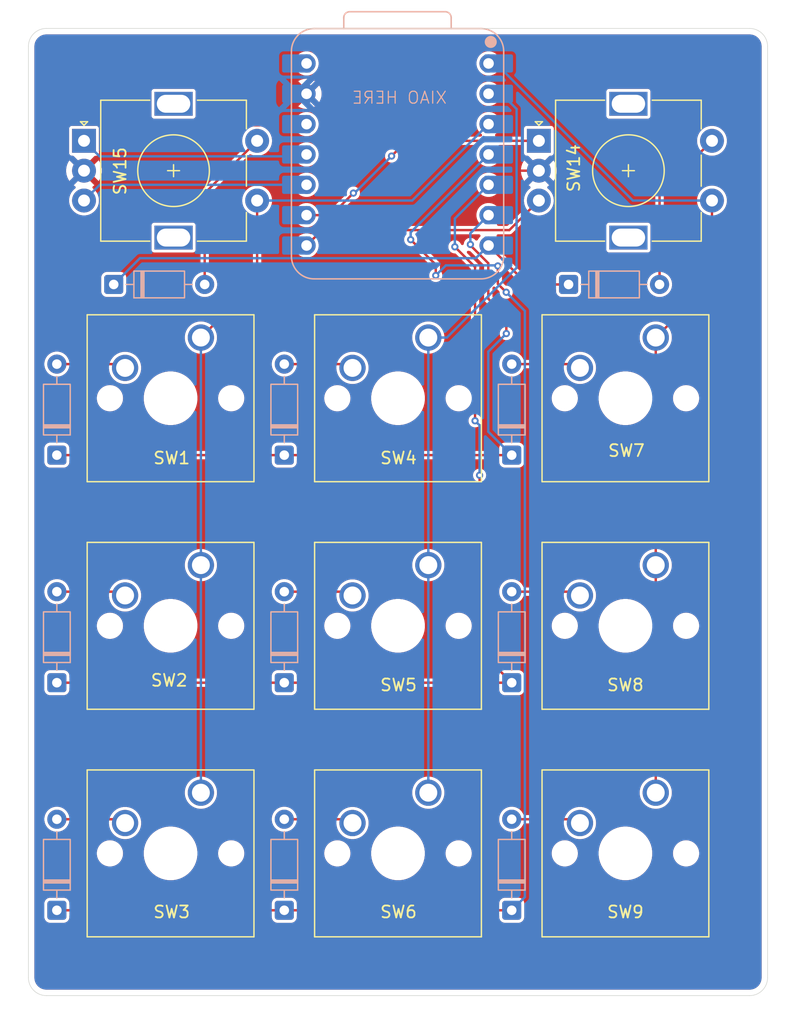
<source format=kicad_pcb>
(kicad_pcb (version 20241229) (generator "pcbnew") (generator_version "9.0")
  (layers (0 "F.Cu" signal) (2 "B.Cu" signal) (13 "F.Paste" user) (15 "B.Paste" user) (5 "F.SilkS" user "F.Silkscreen") (7 "B.SilkS" user "B.Silkscreen") (1 "F.Mask" user) (3 "B.Mask" user) (25 "Edge.Cuts" user))
  (net 0 "")
  (net 1 "Net-(D3-A)")
  (net 2 "ROW1")
  (net 3 "ROW2")
  (net 4 "Net-(D4-A)")
  (net 5 "Net-(D5-A)")
  (net 6 "ROW3")
  (net 7 "Net-(D7-A)")
  (net 8 "Net-(D8-A)")
  (net 9 "Net-(D9-A)")
  (net 10 "Net-(D11-A)")
  (net 11 "Net-(D1-A)")
  (net 12 "Net-(D2-A)")
  (net 13 "EC11_ONE_E")
  (net 14 "Net-(D6-A)")
  (net 15 "Net-(D10-A)")
  (net 16 "COL0")
  (net 17 "COL1")
  (net 18 "COL2")
  (net 19 "GND")
  (net 20 "Net-(U1-GPIO2{slash}SCK)")
  (net 21 "Net-(U1-GPIO1{slash}RX)")
  (net 22 "Net-(U1-GPIO4{slash}MISO)")
  (net 23 "Net-(U1-GPIO3{slash}MOSI)")
  (net 25 "+5V")
  (footprint "Button_Switch_Keyboard:SW_Cherry_MX_1.00u_PCB" (layer "F.Cu") (at 131.1275 118.745)
    (property "Reference" "SW2" (at -2.65625 9.64625 0) (layer "F.SilkS"))
    (property "Value" "SW_Push")
    (fp_line (start -9.525 -1.905) (end 4.445 -1.905) (stroke (width 0.12)) (layer "F.SilkS"))
    (fp_line (start -9.525 12.065) (end -9.525 -1.905) (stroke (width 0.12)) (layer "F.SilkS"))
    (fp_line (start 4.445 -1.905) (end 4.445 12.065) (stroke (width 0.12)) (layer "F.SilkS"))
    (fp_line (start 4.445 12.065) (end -9.525 12.065) (stroke (width 0.12)) (layer "F.SilkS"))
    (pad "" np_thru_hole circle (at -7.62 5.08) (size 1.7 1.7) (drill 1.7) (layers "*.Cu" "*.Mask"))
    (pad "" np_thru_hole circle (at -2.54 5.08) (size 4 4) (drill 4) (layers "*.Cu" "*.Mask"))
    (pad "" np_thru_hole circle (at 2.54 5.08) (size 1.7 1.7) (drill 1.7) (layers "*.Cu" "*.Mask"))
    (pad "1" thru_hole circle (at 0 0) (size 2.2 2.2) (drill 1.5) (layers "*.Cu" "*.Mask") (net 16 "COL0"))
    (pad "2" thru_hole circle (at -6.35 2.54) (size 2.2 2.2) (drill 1.5) (layers "*.Cu" "*.Mask") (net 12 "Net-(D2-A)"))
  )
  (footprint "Button_Switch_Keyboard:SW_Cherry_MX_1.00u_PCB" (layer "F.Cu") (at 169.2275 137.795)
    (property "Reference" "SW9" (at -2.54 9.98625 0) (layer "F.SilkS"))
    (property "Value" "SW_Push")
    (fp_line (start -9.525 -1.905) (end 4.445 -1.905) (stroke (width 0.12)) (layer "F.SilkS"))
    (fp_line (start -9.525 12.065) (end -9.525 -1.905) (stroke (width 0.12)) (layer "F.SilkS"))
    (fp_line (start 4.445 -1.905) (end 4.445 12.065) (stroke (width 0.12)) (layer "F.SilkS"))
    (fp_line (start 4.445 12.065) (end -9.525 12.065) (stroke (width 0.12)) (layer "F.SilkS"))
    (pad "" np_thru_hole circle (at -7.62 5.08) (size 1.7 1.7) (drill 1.7) (layers "*.Cu" "*.Mask"))
    (pad "" np_thru_hole circle (at -2.54 5.08) (size 4 4) (drill 4) (layers "*.Cu" "*.Mask"))
    (pad "" np_thru_hole circle (at 2.54 5.08) (size 1.7 1.7) (drill 1.7) (layers "*.Cu" "*.Mask"))
    (pad "1" thru_hole circle (at 0 0) (size 2.2 2.2) (drill 1.5) (layers "*.Cu" "*.Mask") (net 18 "COL2"))
    (pad "2" thru_hole circle (at -6.35 2.54) (size 2.2 2.2) (drill 1.5) (layers "*.Cu" "*.Mask") (net 9 "Net-(D9-A)"))
  )
  (footprint "Button_Switch_Keyboard:SW_Cherry_MX_1.00u_PCB" (layer "F.Cu") (at 150.1775 99.695)
    (property "Reference" "SW4" (at -2.49625 10.08625 0) (layer "F.SilkS"))
    (property "Value" "SW_Push")
    (fp_line (start -9.525 -1.905) (end 4.445 -1.905) (stroke (width 0.12)) (layer "F.SilkS"))
    (fp_line (start -9.525 12.065) (end -9.525 -1.905) (stroke (width 0.12)) (layer "F.SilkS"))
    (fp_line (start 4.445 -1.905) (end 4.445 12.065) (stroke (width 0.12)) (layer "F.SilkS"))
    (fp_line (start 4.445 12.065) (end -9.525 12.065) (stroke (width 0.12)) (layer "F.SilkS"))
    (pad "" np_thru_hole circle (at -7.62 5.08) (size 1.7 1.7) (drill 1.7) (layers "*.Cu" "*.Mask"))
    (pad "" np_thru_hole circle (at -2.54 5.08) (size 4 4) (drill 4) (layers "*.Cu" "*.Mask"))
    (pad "" np_thru_hole circle (at 2.54 5.08) (size 1.7 1.7) (drill 1.7) (layers "*.Cu" "*.Mask"))
    (pad "1" thru_hole circle (at 0 0) (size 2.2 2.2) (drill 1.5) (layers "*.Cu" "*.Mask") (net 17 "COL1"))
    (pad "2" thru_hole circle (at -6.35 2.54) (size 2.2 2.2) (drill 1.5) (layers "*.Cu" "*.Mask") (net 4 "Net-(D4-A)"))
  )
  (footprint "Button_Switch_Keyboard:SW_Cherry_MX_1.00u_PCB" (layer "F.Cu") (at 131.1275 99.695)
    (property "Reference" "SW1" (at -2.44625 10.08625 0) (layer "F.SilkS"))
    (property "Value" "SW_Push")
    (fp_line (start -9.525 -1.905) (end 4.445 -1.905) (stroke (width 0.12)) (layer "F.SilkS"))
    (fp_line (start -9.525 12.065) (end -9.525 -1.905) (stroke (width 0.12)) (layer "F.SilkS"))
    (fp_line (start 4.445 -1.905) (end 4.445 12.065) (stroke (width 0.12)) (layer "F.SilkS"))
    (fp_line (start 4.445 12.065) (end -9.525 12.065) (stroke (width 0.12)) (layer "F.SilkS"))
    (pad "" np_thru_hole circle (at -7.62 5.08) (size 1.7 1.7) (drill 1.7) (layers "*.Cu" "*.Mask"))
    (pad "" np_thru_hole circle (at -2.54 5.08) (size 4 4) (drill 4) (layers "*.Cu" "*.Mask"))
    (pad "" np_thru_hole circle (at 2.54 5.08) (size 1.7 1.7) (drill 1.7) (layers "*.Cu" "*.Mask"))
    (pad "1" thru_hole circle (at 0 0) (size 2.2 2.2) (drill 1.5) (layers "*.Cu" "*.Mask") (net 16 "COL0"))
    (pad "2" thru_hole circle (at -6.35 2.54) (size 2.2 2.2) (drill 1.5) (layers "*.Cu" "*.Mask") (net 11 "Net-(D1-A)"))
  )
  (footprint "Button_Switch_Keyboard:SW_Cherry_MX_1.00u_PCB" (layer "F.Cu") (at 131.1275 137.795)
    (property "Reference" "SW3" (at -2.44625 9.98625 0) (layer "F.SilkS"))
    (property "Value" "SW_Push")
    (fp_line (start -9.525 -1.905) (end 4.445 -1.905) (stroke (width 0.12)) (layer "F.SilkS"))
    (fp_line (start -9.525 12.065) (end -9.525 -1.905) (stroke (width 0.12)) (layer "F.SilkS"))
    (fp_line (start 4.445 -1.905) (end 4.445 12.065) (stroke (width 0.12)) (layer "F.SilkS"))
    (fp_line (start 4.445 12.065) (end -9.525 12.065) (stroke (width 0.12)) (layer "F.SilkS"))
    (pad "" np_thru_hole circle (at -7.62 5.08) (size 1.7 1.7) (drill 1.7) (layers "*.Cu" "*.Mask"))
    (pad "" np_thru_hole circle (at -2.54 5.08) (size 4 4) (drill 4) (layers "*.Cu" "*.Mask"))
    (pad "" np_thru_hole circle (at 2.54 5.08) (size 1.7 1.7) (drill 1.7) (layers "*.Cu" "*.Mask"))
    (pad "1" thru_hole circle (at 0 0) (size 2.2 2.2) (drill 1.5) (layers "*.Cu" "*.Mask") (net 16 "COL0"))
    (pad "2" thru_hole circle (at -6.35 2.54) (size 2.2 2.2) (drill 1.5) (layers "*.Cu" "*.Mask") (net 1 "Net-(D3-A)"))
  )
  (footprint "Button_Switch_Keyboard:SW_Cherry_MX_1.00u_PCB" (layer "F.Cu") (at 169.2275 118.745)
    (property "Reference" "SW8" (at -2.54 10.03625 0) (layer "F.SilkS"))
    (property "Value" "SW_Push")
    (fp_line (start -9.525 -1.905) (end 4.445 -1.905) (stroke (width 0.12)) (layer "F.SilkS"))
    (fp_line (start -9.525 12.065) (end -9.525 -1.905) (stroke (width 0.12)) (layer "F.SilkS"))
    (fp_line (start 4.445 -1.905) (end 4.445 12.065) (stroke (width 0.12)) (layer "F.SilkS"))
    (fp_line (start 4.445 12.065) (end -9.525 12.065) (stroke (width 0.12)) (layer "F.SilkS"))
    (pad "" np_thru_hole circle (at -7.62 5.08) (size 1.7 1.7) (drill 1.7) (layers "*.Cu" "*.Mask"))
    (pad "" np_thru_hole circle (at -2.54 5.08) (size 4 4) (drill 4) (layers "*.Cu" "*.Mask"))
    (pad "" np_thru_hole circle (at 2.54 5.08) (size 1.7 1.7) (drill 1.7) (layers "*.Cu" "*.Mask"))
    (pad "1" thru_hole circle (at 0 0) (size 2.2 2.2) (drill 1.5) (layers "*.Cu" "*.Mask") (net 18 "COL2"))
    (pad "2" thru_hole circle (at -6.35 2.54) (size 2.2 2.2) (drill 1.5) (layers "*.Cu" "*.Mask") (net 8 "Net-(D8-A)"))
  )
  (footprint "Button_Switch_Keyboard:SW_Cherry_MX_1.00u_PCB" (layer "F.Cu") (at 150.1775 137.795)
    (property "Reference" "SW6" (at -2.49625 9.98625 0) (layer "F.SilkS"))
    (property "Value" "SW_Push")
    (fp_line (start -9.525 -1.905) (end 4.445 -1.905) (stroke (width 0.12)) (layer "F.SilkS"))
    (fp_line (start -9.525 12.065) (end -9.525 -1.905) (stroke (width 0.12)) (layer "F.SilkS"))
    (fp_line (start 4.445 -1.905) (end 4.445 12.065) (stroke (width 0.12)) (layer "F.SilkS"))
    (fp_line (start 4.445 12.065) (end -9.525 12.065) (stroke (width 0.12)) (layer "F.SilkS"))
    (pad "" np_thru_hole circle (at -7.62 5.08) (size 1.7 1.7) (drill 1.7) (layers "*.Cu" "*.Mask"))
    (pad "" np_thru_hole circle (at -2.54 5.08) (size 4 4) (drill 4) (layers "*.Cu" "*.Mask"))
    (pad "" np_thru_hole circle (at 2.54 5.08) (size 1.7 1.7) (drill 1.7) (layers "*.Cu" "*.Mask"))
    (pad "1" thru_hole circle (at 0 0) (size 2.2 2.2) (drill 1.5) (layers "*.Cu" "*.Mask") (net 17 "COL1"))
    (pad "2" thru_hole circle (at -6.35 2.54) (size 2.2 2.2) (drill 1.5) (layers "*.Cu" "*.Mask") (net 14 "Net-(D6-A)"))
  )
  (footprint "Button_Switch_Keyboard:SW_Cherry_MX_1.00u_PCB" (layer "F.Cu") (at 169.2275 99.695)
    (property "Reference" "SW7" (at -2.45625 9.46625 0) (layer "F.SilkS"))
    (property "Value" "SW_Push")
    (fp_line (start -9.525 -1.905) (end 4.445 -1.905) (stroke (width 0.12)) (layer "F.SilkS"))
    (fp_line (start -9.525 12.065) (end -9.525 -1.905) (stroke (width 0.12)) (layer "F.SilkS"))
    (fp_line (start 4.445 -1.905) (end 4.445 12.065) (stroke (width 0.12)) (layer "F.SilkS"))
    (fp_line (start 4.445 12.065) (end -9.525 12.065) (stroke (width 0.12)) (layer "F.SilkS"))
    (pad "" np_thru_hole circle (at -7.62 5.08) (size 1.7 1.7) (drill 1.7) (layers "*.Cu" "*.Mask"))
    (pad "" np_thru_hole circle (at -2.54 5.08) (size 4 4) (drill 4) (layers "*.Cu" "*.Mask"))
    (pad "" np_thru_hole circle (at 2.54 5.08) (size 1.7 1.7) (drill 1.7) (layers "*.Cu" "*.Mask"))
    (pad "1" thru_hole circle (at 0 0) (size 2.2 2.2) (drill 1.5) (layers "*.Cu" "*.Mask") (net 18 "COL2"))
    (pad "2" thru_hole circle (at -6.35 2.54) (size 2.2 2.2) (drill 1.5) (layers "*.Cu" "*.Mask") (net 7 "Net-(D7-A)"))
  )
  (footprint "Rotary_Encoder:RotaryEncoder_Alps_EC11E-Switch_Vertical_H20mm" (layer "F.Cu") (at 121.3375 83.225)
    (property "Reference" "SW15" (at 3.02375 2.53625 90) (layer "F.SilkS"))
    (property "Value" "RotaryEncoder_Switch")
    (fp_line (start -0.3 -1.6) (end 0.3 -1.6) (stroke (width 0.12)) (layer "F.SilkS"))
    (fp_line (start 0 -1.3) (end -0.3 -1.6) (stroke (width 0.12)) (layer "F.SilkS"))
    (fp_line (start 0.3 -1.6) (end 0 -1.3) (stroke (width 0.12)) (layer "F.SilkS"))
    (fp_line (start 1.4 -3.4) (end 1.4 8.4) (stroke (width 0.12)) (layer "F.SilkS"))
    (fp_line (start 5.5 -3.4) (end 1.4 -3.4) (stroke (width 0.12)) (layer "F.SilkS"))
    (fp_line (start 5.5 8.4) (end 1.4 8.4) (stroke (width 0.12)) (layer "F.SilkS"))
    (fp_line (start 7 2.5) (end 8 2.5) (stroke (width 0.12)) (layer "F.SilkS"))
    (fp_line (start 7.5 2) (end 7.5 3) (stroke (width 0.12)) (layer "F.SilkS"))
    (fp_line (start 9.5 -3.4) (end 13.6 -3.4) (stroke (width 0.12)) (layer "F.SilkS"))
    (fp_line (start 13.6 -3.4) (end 13.6 -1) (stroke (width 0.12)) (layer "F.SilkS"))
    (fp_line (start 13.6 1.2) (end 13.6 3.8) (stroke (width 0.12)) (layer "F.SilkS"))
    (fp_line (start 13.6 6) (end 13.6 8.4) (stroke (width 0.12)) (layer "F.SilkS"))
    (fp_line (start 13.6 8.4) (end 9.5 8.4) (stroke (width 0.12)) (layer "F.SilkS"))
    (fp_circle (center 7.5 2.5) (end 10.5 2.5) (stroke (width 0.12)) (fill no) (layer "F.SilkS"))
    (pad "A" thru_hole rect (at 0 0) (size 2 2) (drill 1) (layers "*.Cu" "*.Mask") (net 23 "Net-(U1-GPIO3{slash}MOSI)"))
    (pad "B" thru_hole circle (at 0 5) (size 2 2) (drill 1) (layers "*.Cu" "*.Mask") (net 22 "Net-(U1-GPIO4{slash}MISO)"))
    (pad "C" thru_hole circle (at 0 2.5) (size 2 2) (drill 1) (layers "*.Cu" "*.Mask") (net 19 "GND"))
    (pad "MP" thru_hole rect (at 7.5 -3.1) (size 3.2 2) (drill oval 2.8 1.5) (layers "*.Cu" "*.Mask"))
    (pad "MP" thru_hole rect (at 7.5 8.1) (size 3.2 2) (drill oval 2.8 1.5) (layers "*.Cu" "*.Mask"))
    (pad "S1" thru_hole circle (at 14.5 5) (size 2 2) (drill 1) (layers "*.Cu" "*.Mask") (net 16 "COL0"))
    (pad "S2" thru_hole circle (at 14.5 0) (size 2 2) (drill 1) (layers "*.Cu" "*.Mask") (net 15 "Net-(D10-A)"))
  )
  (footprint "Rotary_Encoder:RotaryEncoder_Alps_EC11E-Switch_Vertical_H20mm" (layer "F.Cu") (at 159.4375 83.225)
    (property "Reference" "SW14" (at 2.92375 2.28625 90) (layer "F.SilkS"))
    (property "Value" "RotaryEncoder_Switch")
    (fp_line (start -0.3 -1.6) (end 0.3 -1.6) (stroke (width 0.12)) (layer "F.SilkS"))
    (fp_line (start 0 -1.3) (end -0.3 -1.6) (stroke (width 0.12)) (layer "F.SilkS"))
    (fp_line (start 0.3 -1.6) (end 0 -1.3) (stroke (width 0.12)) (layer "F.SilkS"))
    (fp_line (start 1.4 -3.4) (end 1.4 8.4) (stroke (width 0.12)) (layer "F.SilkS"))
    (fp_line (start 5.5 -3.4) (end 1.4 -3.4) (stroke (width 0.12)) (layer "F.SilkS"))
    (fp_line (start 5.5 8.4) (end 1.4 8.4) (stroke (width 0.12)) (layer "F.SilkS"))
    (fp_line (start 7 2.5) (end 8 2.5) (stroke (width 0.12)) (layer "F.SilkS"))
    (fp_line (start 7.5 2) (end 7.5 3) (stroke (width 0.12)) (layer "F.SilkS"))
    (fp_line (start 9.5 -3.4) (end 13.6 -3.4) (stroke (width 0.12)) (layer "F.SilkS"))
    (fp_line (start 13.6 -3.4) (end 13.6 -1) (stroke (width 0.12)) (layer "F.SilkS"))
    (fp_line (start 13.6 1.2) (end 13.6 3.8) (stroke (width 0.12)) (layer "F.SilkS"))
    (fp_line (start 13.6 6) (end 13.6 8.4) (stroke (width 0.12)) (layer "F.SilkS"))
    (fp_line (start 13.6 8.4) (end 9.5 8.4) (stroke (width 0.12)) (layer "F.SilkS"))
    (fp_circle (center 7.5 2.5) (end 10.5 2.5) (stroke (width 0.12)) (fill no) (layer "F.SilkS"))
    (pad "A" thru_hole rect (at 0 0) (size 2 2) (drill 1) (layers "*.Cu" "*.Mask") (net 20 "Net-(U1-GPIO2{slash}SCK)"))
    (pad "B" thru_hole circle (at 0 5) (size 2 2) (drill 1) (layers "*.Cu" "*.Mask") (net 21 "Net-(U1-GPIO1{slash}RX)"))
    (pad "C" thru_hole circle (at 0 2.5) (size 2 2) (drill 1) (layers "*.Cu" "*.Mask") (net 19 "GND"))
    (pad "MP" thru_hole rect (at 7.5 -3.1) (size 3.2 2) (drill oval 2.8 1.5) (layers "*.Cu" "*.Mask"))
    (pad "MP" thru_hole rect (at 7.5 8.1) (size 3.2 2) (drill oval 2.8 1.5) (layers "*.Cu" "*.Mask"))
    (pad "S1" thru_hole circle (at 14.5 5) (size 2 2) (drill 1) (layers "*.Cu" "*.Mask") (net 18 "COL2"))
    (pad "S2" thru_hole circle (at 14.5 0) (size 2 2) (drill 1) (layers "*.Cu" "*.Mask") (net 10 "Net-(D11-A)"))
  )
  (footprint "Button_Switch_Keyboard:SW_Cherry_MX_1.00u_PCB" (layer "F.Cu") (at 150.1775 118.745)
    (property "Reference" "SW5" (at -2.49625 10.03625 0) (layer "F.SilkS"))
    (property "Value" "SW_Push")
    (fp_line (start -9.525 -1.905) (end 4.445 -1.905) (stroke (width 0.12)) (layer "F.SilkS"))
    (fp_line (start -9.525 12.065) (end -9.525 -1.905) (stroke (width 0.12)) (layer "F.SilkS"))
    (fp_line (start 4.445 -1.905) (end 4.445 12.065) (stroke (width 0.12)) (layer "F.SilkS"))
    (fp_line (start 4.445 12.065) (end -9.525 12.065) (stroke (width 0.12)) (layer "F.SilkS"))
    (pad "" np_thru_hole circle (at -7.62 5.08) (size 1.7 1.7) (drill 1.7) (layers "*.Cu" "*.Mask"))
    (pad "" np_thru_hole circle (at -2.54 5.08) (size 4 4) (drill 4) (layers "*.Cu" "*.Mask"))
    (pad "" np_thru_hole circle (at 2.54 5.08) (size 1.7 1.7) (drill 1.7) (layers "*.Cu" "*.Mask"))
    (pad "1" thru_hole circle (at 0 0) (size 2.2 2.2) (drill 1.5) (layers "*.Cu" "*.Mask") (net 17 "COL1"))
    (pad "2" thru_hole circle (at -6.35 2.54) (size 2.2 2.2) (drill 1.5) (layers "*.Cu" "*.Mask") (net 5 "Net-(D5-A)"))
  )
  (footprint "Seeed Studio XIAO Series Library:XIAO-RP2040-DIP" (layer "B.Cu") (at 147.6 84.3685 180)
    (property "Reference" "U1" (hide yes))
    (property "Value" "XIAO-RP2040-DIP")
    (fp_line (start 8.89 -8.509) (end 8.89 8.636) (stroke (width 0.127)) (layer "B.SilkS"))
    (fp_line (start 6.985 10.541) (end -6.985 10.541) (stroke (width 0.1)) (layer "B.SilkS"))
    (fp_line (start 6.985 10.541) (end -6.985 10.541) (stroke (width 0.127)) (layer "B.SilkS"))
    (fp_line (start 4.504 11.451) (end 4.504 10.541) (stroke (width 0.127)) (layer "B.SilkS"))
    (fp_line (start -3.991272 11.951) (end 4.004 11.951) (stroke (width 0.127)) (layer "B.SilkS"))
    (fp_line (start -4.495 10.541) (end -4.491272 11.451272) (stroke (width 0.127)) (layer "B.SilkS"))
    (fp_line (start -6.985 -10.414) (end 6.985 -10.414) (stroke (width 0.127)) (layer "B.SilkS"))
    (fp_line (start -8.89 -8.509) (end -8.89 8.636) (stroke (width 0.127)) (layer "B.SilkS"))
    (fp_arc (start 8.89 8.636) (mid 8.332038 9.983038) (end 6.985 10.541) (stroke (width 0.127)) (layer "B.SilkS"))
    (fp_arc (start 6.985 -10.414) (mid 8.332038 -9.856038) (end 8.89 -8.509) (stroke (width 0.127)) (layer "B.SilkS"))
    (fp_arc (start 4.504 11.451) (mid 4.357553 11.804553) (end 4.004 11.951) (stroke (width 0.127)) (layer "B.SilkS"))
    (fp_arc (start -3.991272 11.951) (mid -4.344724 11.804644) (end -4.491272 11.451272) (stroke (width 0.127)) (layer "B.SilkS"))
    (fp_arc (start -6.985 10.541) (mid -8.332038 9.983038) (end -8.89 8.636) (stroke (width 0.127)) (layer "B.SilkS"))
    (fp_arc (start -8.89 -8.509) (mid -8.332038 -9.856038) (end -6.985 -10.414) (stroke (width 0.127)) (layer "B.SilkS"))
    (fp_circle (center -7.807 9.42) (end -7.807 9.674) (stroke (width 0.5)) (fill yes) (layer "B.SilkS"))
    (pad "1" smd roundrect (at -8.455 7.62) (size 2.432 1.524) (layers "B.Cu" "B.Mask") (roundrect_rratio 0.1) (net 18 "COL2"))
    (pad "1" thru_hole circle (at -7.62 7.62) (size 1.524 1.524) (drill 0.889) (layers "*.Cu" "*.Mask") (net 18 "COL2"))
    (pad "2" smd roundrect (at -8.455 5.08) (size 2.432 1.524) (layers "B.Cu" "B.Mask") (roundrect_rratio 0.1) (net 17 "COL1"))
    (pad "2" thru_hole circle (at -7.62 5.08) (size 1.524 1.524) (drill 0.889) (layers "*.Cu" "*.Mask") (net 17 "COL1"))
    (pad "3" smd roundrect (at -8.455 2.54) (size 2.432 1.524) (layers "B.Cu" "B.Mask") (roundrect_rratio 0.1) (net 16 "COL0"))
    (pad "3" thru_hole circle (at -7.62 2.54) (size 1.524 1.524) (drill 0.889) (layers "*.Cu" "*.Mask") (net 16 "COL0"))
    (pad "4" smd roundrect (at -8.455 0) (size 2.432 1.524) (layers "B.Cu" "B.Mask") (roundrect_rratio 0.1) (net 6 "ROW3"))
    (pad "4" thru_hole circle (at -7.62 0) (size 1.524 1.524) (drill 0.889) (layers "*.Cu" "*.Mask") (net 6 "ROW3"))
    (pad "5" smd roundrect (at -8.455 -2.54) (size 2.432 1.524) (layers "B.Cu" "B.Mask") (roundrect_rratio 0.1) (net 3 "ROW2"))
    (pad "5" thru_hole circle (at -7.62 -2.54) (size 1.524 1.524) (drill 0.889) (layers "*.Cu" "*.Mask") (net 3 "ROW2"))
    (pad "6" smd roundrect (at -8.455 -5.08) (size 2.432 1.524) (layers "B.Cu" "B.Mask") (roundrect_rratio 0.1) (net 2 "ROW1"))
    (pad "6" thru_hole circle (at -7.62 -5.08) (size 1.524 1.524) (drill 0.889) (layers "*.Cu" "*.Mask") (net 2 "ROW1"))
    (pad "7" smd roundrect (at -8.455 -7.62) (size 2.432 1.524) (layers "B.Cu" "B.Mask") (roundrect_rratio 0.1) (net 13 "EC11_ONE_E"))
    (pad "7" thru_hole circle (at -7.62 -7.62) (size 1.524 1.524) (drill 0.889) (layers "*.Cu" "*.Mask") (net 13 "EC11_ONE_E"))
    (pad "8" thru_hole circle (at 7.62 -7.62 180) (size 1.524 1.524) (drill 0.889) (layers "*.Cu" "*.Mask") (net 21 "Net-(U1-GPIO1{slash}RX)"))
    (pad "8" smd roundrect (at 8.455 -7.62 180) (size 2.432 1.524) (layers "B.Cu" "B.Mask") (roundrect_rratio 0.1) (net 21 "Net-(U1-GPIO1{slash}RX)"))
    (pad "9" thru_hole circle (at 7.62 -5.08 180) (size 1.524 1.524) (drill 0.889) (layers "*.Cu" "*.Mask") (net 20 "Net-(U1-GPIO2{slash}SCK)"))
    (pad "9" smd roundrect (at 8.455 -5.08 180) (size 2.432 1.524) (layers "B.Cu" "B.Mask") (roundrect_rratio 0.1) (net 20 "Net-(U1-GPIO2{slash}SCK)"))
    (pad "10" thru_hole circle (at 7.62 -2.54 180) (size 1.524 1.524) (drill 0.889) (layers "*.Cu" "*.Mask") (net 22 "Net-(U1-GPIO4{slash}MISO)"))
    (pad "10" smd roundrect (at 8.455 -2.54 180) (size 2.432 1.524) (layers "B.Cu" "B.Mask") (roundrect_rratio 0.1) (net 22 "Net-(U1-GPIO4{slash}MISO)"))
    (pad "11" thru_hole circle (at 7.62 0 180) (size 1.524 1.524) (drill 0.889) (layers "*.Cu" "*.Mask") (net 23 "Net-(U1-GPIO3{slash}MOSI)"))
    (pad "11" smd roundrect (at 8.455 0 180) (size 2.432 1.524) (layers "B.Cu" "B.Mask") (roundrect_rratio 0.1) (net 23 "Net-(U1-GPIO3{slash}MOSI)"))
    (pad "12" thru_hole circle (at 7.62 2.54 180) (size 1.524 1.524) (drill 0.889) (layers "*.Cu" "*.Mask"))
    (pad "12" smd roundrect (at 8.455 2.54 180) (size 2.432 1.524) (layers "B.Cu" "B.Mask") (roundrect_rratio 0.1))
    (pad "13" thru_hole circle (at 7.62 5.08 180) (size 1.524 1.524) (drill 0.889) (layers "*.Cu" "*.Mask") (net 19 "GND"))
    (pad "13" smd roundrect (at 8.455 5.08 180) (size 2.432 1.524) (layers "B.Cu" "B.Mask") (roundrect_rratio 0.1) (net 19 "GND"))
    (pad "14" thru_hole circle (at 7.62 7.62 180) (size 1.524 1.524) (drill 0.889) (layers "*.Cu" "*.Mask") (net 25 "+5V"))
    (pad "14" smd roundrect (at 8.455 7.62 180) (size 2.432 1.524) (layers "B.Cu" "B.Mask") (roundrect_rratio 0.1) (net 25 "+5V"))
  )
  (footprint "Diode_THT:D_DO-35_SOD27_P7.62mm_Horizontal" (layer "B.Cu") (at 119.0625 109.5375 90)
    (property "Reference" "D1" (hide yes))
    (property "Value" "1N4148")
    (fp_line (start 6.58 0) (end 5.93 0) (stroke (width 0.12)) (layer "B.SilkS"))
    (fp_line (start 1.04 0) (end 1.69 0) (stroke (width 0.12)) (layer "B.SilkS"))
    (fp_line (start 2.53 1.12) (end 2.53 -1.12) (stroke (width 0.12)) (layer "B.SilkS"))
    (fp_line (start 2.41 1.12) (end 2.41 -1.12) (stroke (width 0.12)) (layer "B.SilkS"))
    (fp_line (start 2.29 1.12) (end 2.29 -1.12) (stroke (width 0.12)) (layer "B.SilkS"))
    (fp_rect (start 1.69 1.12) (end 5.93 -1.12) (stroke (width 0.12)) (fill no) (layer "B.SilkS"))
    (pad "1" thru_hole roundrect (at 0 0 90) (size 1.6 1.6) (drill 0.8) (layers "*.Cu" "*.Mask") (roundrect_rratio 0.15625) (net 2 "ROW1"))
    (pad "2" thru_hole circle (at 7.62 0 90) (size 1.6 1.6) (drill 0.8) (layers "*.Cu" "*.Mask") (net 11 "Net-(D1-A)"))
  )
  (footprint "Diode_THT:D_DO-35_SOD27_P7.62mm_Horizontal" (layer "B.Cu") (at 138.1125 147.6375 90)
    (property "Reference" "D6" (hide yes))
    (property "Value" "1N4148")
    (fp_line (start 6.58 0) (end 5.93 0) (stroke (width 0.12)) (layer "B.SilkS"))
    (fp_line (start 1.04 0) (end 1.69 0) (stroke (width 0.12)) (layer "B.SilkS"))
    (fp_line (start 2.53 1.12) (end 2.53 -1.12) (stroke (width 0.12)) (layer "B.SilkS"))
    (fp_line (start 2.41 1.12) (end 2.41 -1.12) (stroke (width 0.12)) (layer "B.SilkS"))
    (fp_line (start 2.29 1.12) (end 2.29 -1.12) (stroke (width 0.12)) (layer "B.SilkS"))
    (fp_rect (start 1.69 1.12) (end 5.93 -1.12) (stroke (width 0.12)) (fill no) (layer "B.SilkS"))
    (pad "1" thru_hole roundrect (at 0 0 90) (size 1.6 1.6) (drill 0.8) (layers "*.Cu" "*.Mask") (roundrect_rratio 0.15625) (net 6 "ROW3"))
    (pad "2" thru_hole circle (at 7.62 0 90) (size 1.6 1.6) (drill 0.8) (layers "*.Cu" "*.Mask") (net 14 "Net-(D6-A)"))
  )
  (footprint "Diode_THT:D_DO-35_SOD27_P7.62mm_Horizontal" (layer "B.Cu") (at 161.925 95.25)
    (property "Reference" "D11" (hide yes))
    (property "Value" "1N4148")
    (fp_line (start 1.04 0) (end 1.69 0) (stroke (width 0.12)) (layer "B.SilkS"))
    (fp_line (start 2.29 1.12) (end 2.29 -1.12) (stroke (width 0.12)) (layer "B.SilkS"))
    (fp_line (start 2.41 1.12) (end 2.41 -1.12) (stroke (width 0.12)) (layer "B.SilkS"))
    (fp_line (start 2.53 1.12) (end 2.53 -1.12) (stroke (width 0.12)) (layer "B.SilkS"))
    (fp_line (start 6.58 0) (end 5.93 0) (stroke (width 0.12)) (layer "B.SilkS"))
    (fp_rect (start 1.69 1.12) (end 5.93 -1.12) (stroke (width 0.12)) (fill no) (layer "B.SilkS"))
    (pad "1" thru_hole roundrect (at 0 0) (size 1.6 1.6) (drill 0.8) (layers "*.Cu" "*.Mask") (roundrect_rratio 0.15625) (net 13 "EC11_ONE_E"))
    (pad "2" thru_hole circle (at 7.62 0) (size 1.6 1.6) (drill 0.8) (layers "*.Cu" "*.Mask") (net 10 "Net-(D11-A)"))
  )
  (footprint "Diode_THT:D_DO-35_SOD27_P7.62mm_Horizontal" (layer "B.Cu") (at 157.1625 147.6375 90)
    (property "Reference" "D9" (hide yes))
    (property "Value" "1N4148")
    (fp_line (start 6.58 0) (end 5.93 0) (stroke (width 0.12)) (layer "B.SilkS"))
    (fp_line (start 1.04 0) (end 1.69 0) (stroke (width 0.12)) (layer "B.SilkS"))
    (fp_line (start 2.53 1.12) (end 2.53 -1.12) (stroke (width 0.12)) (layer "B.SilkS"))
    (fp_line (start 2.41 1.12) (end 2.41 -1.12) (stroke (width 0.12)) (layer "B.SilkS"))
    (fp_line (start 2.29 1.12) (end 2.29 -1.12) (stroke (width 0.12)) (layer "B.SilkS"))
    (fp_rect (start 1.69 1.12) (end 5.93 -1.12) (stroke (width 0.12)) (fill no) (layer "B.SilkS"))
    (pad "1" thru_hole roundrect (at 0 0 90) (size 1.6 1.6) (drill 0.8) (layers "*.Cu" "*.Mask") (roundrect_rratio 0.15625) (net 6 "ROW3"))
    (pad "2" thru_hole circle (at 7.62 0 90) (size 1.6 1.6) (drill 0.8) (layers "*.Cu" "*.Mask") (net 9 "Net-(D9-A)"))
  )
  (footprint "Diode_THT:D_DO-35_SOD27_P7.62mm_Horizontal" (layer "B.Cu") (at 157.1625 109.5375 90)
    (property "Reference" "D7" (hide yes))
    (property "Value" "1N4148")
    (fp_line (start 6.58 0) (end 5.93 0) (stroke (width 0.12)) (layer "B.SilkS"))
    (fp_line (start 1.04 0) (end 1.69 0) (stroke (width 0.12)) (layer "B.SilkS"))
    (fp_line (start 2.53 1.12) (end 2.53 -1.12) (stroke (width 0.12)) (layer "B.SilkS"))
    (fp_line (start 2.41 1.12) (end 2.41 -1.12) (stroke (width 0.12)) (layer "B.SilkS"))
    (fp_line (start 2.29 1.12) (end 2.29 -1.12) (stroke (width 0.12)) (layer "B.SilkS"))
    (fp_rect (start 1.69 1.12) (end 5.93 -1.12) (stroke (width 0.12)) (fill no) (layer "B.SilkS"))
    (pad "1" thru_hole roundrect (at 0 0 90) (size 1.6 1.6) (drill 0.8) (layers "*.Cu" "*.Mask") (roundrect_rratio 0.15625) (net 2 "ROW1"))
    (pad "2" thru_hole circle (at 7.62 0 90) (size 1.6 1.6) (drill 0.8) (layers "*.Cu" "*.Mask") (net 7 "Net-(D7-A)"))
  )
  (footprint "Diode_THT:D_DO-35_SOD27_P7.62mm_Horizontal" (layer "B.Cu") (at 138.1125 109.5375 90)
    (property "Reference" "D4" (hide yes))
    (property "Value" "1N4148")
    (fp_line (start 6.58 0) (end 5.93 0) (stroke (width 0.12)) (layer "B.SilkS"))
    (fp_line (start 1.04 0) (end 1.69 0) (stroke (width 0.12)) (layer "B.SilkS"))
    (fp_line (start 2.53 1.12) (end 2.53 -1.12) (stroke (width 0.12)) (layer "B.SilkS"))
    (fp_line (start 2.41 1.12) (end 2.41 -1.12) (stroke (width 0.12)) (layer "B.SilkS"))
    (fp_line (start 2.29 1.12) (end 2.29 -1.12) (stroke (width 0.12)) (layer "B.SilkS"))
    (fp_rect (start 1.69 1.12) (end 5.93 -1.12) (stroke (width 0.12)) (fill no) (layer "B.SilkS"))
    (pad "1" thru_hole roundrect (at 0 0 90) (size 1.6 1.6) (drill 0.8) (layers "*.Cu" "*.Mask") (roundrect_rratio 0.15625) (net 2 "ROW1"))
    (pad "2" thru_hole circle (at 7.62 0 90) (size 1.6 1.6) (drill 0.8) (layers "*.Cu" "*.Mask") (net 4 "Net-(D4-A)"))
  )
  (footprint "Diode_THT:D_DO-35_SOD27_P7.62mm_Horizontal" (layer "B.Cu") (at 123.825 95.25)
    (property "Reference" "D10" (hide yes))
    (property "Value" "1N4148")
    (fp_line (start 1.04 0) (end 1.69 0) (stroke (width 0.12)) (layer "B.SilkS"))
    (fp_line (start 2.29 1.12) (end 2.29 -1.12) (stroke (width 0.12)) (layer "B.SilkS"))
    (fp_line (start 2.41 1.12) (end 2.41 -1.12) (stroke (width 0.12)) (layer "B.SilkS"))
    (fp_line (start 2.53 1.12) (end 2.53 -1.12) (stroke (width 0.12)) (layer "B.SilkS"))
    (fp_line (start 6.58 0) (end 5.93 0) (stroke (width 0.12)) (layer "B.SilkS"))
    (fp_rect (start 1.69 1.12) (end 5.93 -1.12) (stroke (width 0.12)) (fill no) (layer "B.SilkS"))
    (pad "1" thru_hole roundrect (at 0 0) (size 1.6 1.6) (drill 0.8) (layers "*.Cu" "*.Mask") (roundrect_rratio 0.15625) (net 13 "EC11_ONE_E"))
    (pad "2" thru_hole circle (at 7.62 0) (size 1.6 1.6) (drill 0.8) (layers "*.Cu" "*.Mask") (net 15 "Net-(D10-A)"))
  )
  (footprint "Diode_THT:D_DO-35_SOD27_P7.62mm_Horizontal" (layer "B.Cu") (at 157.1625 128.5875 90)
    (property "Reference" "D8" (hide yes))
    (property "Value" "1N4148")
    (fp_line (start 6.58 0) (end 5.93 0) (stroke (width 0.12)) (layer "B.SilkS"))
    (fp_line (start 1.04 0) (end 1.69 0) (stroke (width 0.12)) (layer "B.SilkS"))
    (fp_line (start 2.53 1.12) (end 2.53 -1.12) (stroke (width 0.12)) (layer "B.SilkS"))
    (fp_line (start 2.41 1.12) (end 2.41 -1.12) (stroke (width 0.12)) (layer "B.SilkS"))
    (fp_line (start 2.29 1.12) (end 2.29 -1.12) (stroke (width 0.12)) (layer "B.SilkS"))
    (fp_rect (start 1.69 1.12) (end 5.93 -1.12) (stroke (width 0.12)) (fill no) (layer "B.SilkS"))
    (pad "1" thru_hole roundrect (at 0 0 90) (size 1.6 1.6) (drill 0.8) (layers "*.Cu" "*.Mask") (roundrect_rratio 0.15625) (net 3 "ROW2"))
    (pad "2" thru_hole circle (at 7.62 0 90) (size 1.6 1.6) (drill 0.8) (layers "*.Cu" "*.Mask") (net 8 "Net-(D8-A)"))
  )
  (footprint "Diode_THT:D_DO-35_SOD27_P7.62mm_Horizontal" (layer "B.Cu") (at 138.1125 128.5875 90)
    (property "Reference" "D5" (hide yes))
    (property "Value" "1N4148")
    (fp_line (start 6.58 0) (end 5.93 0) (stroke (width 0.12)) (layer "B.SilkS"))
    (fp_line (start 1.04 0) (end 1.69 0) (stroke (width 0.12)) (layer "B.SilkS"))
    (fp_line (start 2.53 1.12) (end 2.53 -1.12) (stroke (width 0.12)) (layer "B.SilkS"))
    (fp_line (start 2.41 1.12) (end 2.41 -1.12) (stroke (width 0.12)) (layer "B.SilkS"))
    (fp_line (start 2.29 1.12) (end 2.29 -1.12) (stroke (width 0.12)) (layer "B.SilkS"))
    (fp_rect (start 1.69 1.12) (end 5.93 -1.12) (stroke (width 0.12)) (fill no) (layer "B.SilkS"))
    (pad "1" thru_hole roundrect (at 0 0 90) (size 1.6 1.6) (drill 0.8) (layers "*.Cu" "*.Mask") (roundrect_rratio 0.15625) (net 3 "ROW2"))
    (pad "2" thru_hole circle (at 7.62 0 90) (size 1.6 1.6) (drill 0.8) (layers "*.Cu" "*.Mask") (net 5 "Net-(D5-A)"))
  )
  (footprint "Diode_THT:D_DO-35_SOD27_P7.62mm_Horizontal" (layer "B.Cu") (at 119.0625 128.5875 90)
    (property "Reference" "D2" (hide yes))
    (property "Value" "1N4148")
    (fp_line (start 6.58 0) (end 5.93 0) (stroke (width 0.12)) (layer "B.SilkS"))
    (fp_line (start 1.04 0) (end 1.69 0) (stroke (width 0.12)) (layer "B.SilkS"))
    (fp_line (start 2.53 1.12) (end 2.53 -1.12) (stroke (width 0.12)) (layer "B.SilkS"))
    (fp_line (start 2.41 1.12) (end 2.41 -1.12) (stroke (width 0.12)) (layer "B.SilkS"))
    (fp_line (start 2.29 1.12) (end 2.29 -1.12) (stroke (width 0.12)) (layer "B.SilkS"))
    (fp_rect (start 1.69 1.12) (end 5.93 -1.12) (stroke (width 0.12)) (fill no) (layer "B.SilkS"))
    (pad "1" thru_hole roundrect (at 0 0 90) (size 1.6 1.6) (drill 0.8) (layers "*.Cu" "*.Mask") (roundrect_rratio 0.15625) (net 3 "ROW2"))
    (pad "2" thru_hole circle (at 7.62 0 90) (size 1.6 1.6) (drill 0.8) (layers "*.Cu" "*.Mask") (net 12 "Net-(D2-A)"))
  )
  (footprint "Diode_THT:D_DO-35_SOD27_P7.62mm_Horizontal" (layer "B.Cu") (at 119.0625 147.6375 90)
    (property "Reference" "D3" (hide yes))
    (property "Value" "1N4148")
    (fp_line (start 6.58 0) (end 5.93 0) (stroke (width 0.12)) (layer "B.SilkS"))
    (fp_line (start 1.04 0) (end 1.69 0) (stroke (width 0.12)) (layer "B.SilkS"))
    (fp_line (start 2.53 1.12) (end 2.53 -1.12) (stroke (width 0.12)) (layer "B.SilkS"))
    (fp_line (start 2.41 1.12) (end 2.41 -1.12) (stroke (width 0.12)) (layer "B.SilkS"))
    (fp_line (start 2.29 1.12) (end 2.29 -1.12) (stroke (width 0.12)) (layer "B.SilkS"))
    (fp_rect (start 1.69 1.12) (end 5.93 -1.12) (stroke (width 0.12)) (fill no) (layer "B.SilkS"))
    (pad "1" thru_hole roundrect (at 0 0 90) (size 1.6 1.6) (drill 0.8) (layers "*.Cu" "*.Mask") (roundrect_rratio 0.15625) (net 6 "ROW3"))
    (pad "2" thru_hole circle (at 7.62 0 90) (size 1.6 1.6) (drill 0.8) (layers "*.Cu" "*.Mask") (net 1 "Net-(D3-A)"))
  )
  (gr_line (start 178.59375 153.28125) (end 178.593749 75.31875) (stroke (width 0.05)) (layer "Edge.Cuts"))
  (gr_arc (start 178.59375 153.28125) (mid 178.15441 154.34191) (end 177.09375 154.78125) (stroke (width 0.05)) (layer "Edge.Cuts"))
  (gr_arc (start 116.68125 75.31875) (mid 117.12059 74.25809) (end 118.18125 73.81875) (stroke (width 0.05)) (layer "Edge.Cuts"))
  (gr_line (start 118.18125 154.78125) (end 177.09375 154.78125) (stroke (width 0.05)) (layer "Edge.Cuts"))
  (gr_arc (start 177.09375 73.81875) (mid 178.15441 74.25809) (end 178.59375 75.31875) (stroke (width 0.05)) (layer "Edge.Cuts"))
  (gr_line (start 177.09375 73.81875) (end 118.18125 73.818751) (stroke (width 0.05)) (layer "Edge.Cuts"))
  (gr_arc (start 118.18125 154.78125) (mid 117.12059 154.34191) (end 116.68125 153.28125) (stroke (width 0.05)) (layer "Edge.Cuts"))
  (gr_line (start 116.681251 75.31875) (end 116.68125 153.28125) (stroke (width 0.05)) (layer "Edge.Cuts"))
  (gr_text "XIAO HERE" (at 151.8 80.2 0) (layer "B.SilkS") (effects (font (size 1 1) (thickness 0.1)) (justify left bottom mirror)))
  (segment (start 124.46 140.0175) (end 124.7775 140.335) (width 0.2) (layer "F.Cu") (net 1))
  (segment (start 119.0625 140.0175) (end 124.46 140.0175) (width 0.2) (layer "F.Cu") (net 1))
  (segment (start 156.71125 99.36125) (end 156.71125 97.96125) (width 0.2) (layer "F.Cu") (net 2))
  (segment (start 119.0625 109.5375) (end 157.1625 109.5375) (width 0.2) (layer "F.Cu") (net 2))
  (segment (start 155.2 93.47181) (end 153.7 91.97181) (width 0.2) (layer "F.Cu") (net 2))
  (segment (start 156.71125 97.96125) (end 155.2 96.45) (width 0.2) (layer "F.Cu") (net 2))
  (segment (start 153.7 91.97181) (end 153.7 91.9) (width 0.2) (layer "F.Cu") (net 2))
  (segment (start 155.2 96.45) (end 155.2 93.47181) (width 0.2) (layer "F.Cu") (net 2))
  (via (at 156.71125 99.36125) (size 0.6) (drill 0.3) (layers "F.Cu" "B.Cu") (net 2))
  (via (at 153.7 91.9) (size 0.6) (drill 0.3) (layers "F.Cu" "B.Cu") (net 2))
  (segment (start 153.7 90.9685) (end 155.22 89.4485) (width 0.2) (layer "B.Cu") (net 2))
  (segment (start 153.7 91.9) (end 153.7 90.9685) (width 0.2) (layer "B.Cu") (net 2))
  (segment (start 155.2 107.575) (end 157.1625 109.5375) (width 0.2) (layer "B.Cu") (net 2))
  (segment (start 155.2 100.8725) (end 155.2 107.575) (width 0.2) (layer "B.Cu") (net 2))
  (segment (start 156.71125 99.36125) (end 155.2 100.8725) (width 0.2) (layer "B.Cu") (net 2))
  (segment (start 154.09125 93.80875) (end 154.1 93.8) (width 0.2) (layer "F.Cu") (net 3))
  (segment (start 119.0625 128.5875) (end 157.1625 128.5875) (width 0.2) (layer "F.Cu") (net 3))
  (segment (start 154.47125 125.89625) (end 154.47125 111.22125) (width 0.2) (layer "F.Cu") (net 3))
  (segment (start 154.09125 106.66125) (end 154.09125 93.80875) (width 0.2) (layer "F.Cu") (net 3))
  (segment (start 157.1625 128.5875) (end 154.47125 125.89625) (width 0.2) (layer "F.Cu") (net 3))
  (segment (start 154.09125 106.66125) (end 154.09125 106.74125) (width 0.2) (layer "F.Cu") (net 3))
  (segment (start 154.1 93.8) (end 152.4 92.1) (width 0.2) (layer "F.Cu") (net 3))
  (via (at 152.4 92.1) (size 0.6) (drill 0.3) (layers "F.Cu" "B.Cu") (net 3))
  (via (at 154.09125 106.66125) (size 0.6) (drill 0.3) (layers "F.Cu" "B.Cu") (net 3))
  (via (at 154.47125 111.22125) (size 0.6) (drill 0.3) (layers "F.Cu" "B.Cu") (net 3))
  (segment (start 152.4 89.7285) (end 155.22 86.9085) (width 0.2) (layer "B.Cu") (net 3))
  (segment (start 152.4 92.1) (end 152.4 89.7285) (width 0.2) (layer "B.Cu") (net 3))
  (segment (start 154.47125 111.22125) (end 154.47125 107.04125) (width 0.2) (layer "B.Cu") (net 3))
  (segment (start 154.47125 107.04125) (end 154.09125 106.66125) (width 0.2) (layer "B.Cu") (net 3))
  (segment (start 138.1125 101.9175) (end 143.51 101.9175) (width 0.2) (layer "F.Cu") (net 4))
  (segment (start 143.51 101.9175) (end 143.8275 102.235) (width 0.2) (layer "F.Cu") (net 4))
  (segment (start 138.1125 120.9675) (end 143.51 120.9675) (width 0.2) (layer "F.Cu") (net 5))
  (segment (start 143.51 120.9675) (end 143.8275 121.285) (width 0.2) (layer "F.Cu") (net 5))
  (segment (start 150.8 94.5) (end 150.8 93.6) (width 0.2) (layer "F.Cu") (net 6))
  (segment (start 156.7 95.9) (end 156 95.2) (width 0.2) (layer "F.Cu") (net 6))
  (segment (start 156 95.2) (end 156 93.7) (width 0.2) (layer "F.Cu") (net 6))
  (segment (start 119.0625 147.6375) (end 157.1625 147.6375) (width 0.2) (layer "F.Cu") (net 6))
  (segment (start 150.8 93.6) (end 148.7 91.5) (width 0.2) (layer "F.Cu") (net 6))
  (via (at 148.7 91.5) (size 0.6) (drill 0.3) (layers "F.Cu" "B.Cu") (net 6))
  (via (at 156 93.7) (size 0.6) (drill 0.3) (layers "F.Cu" "B.Cu") (net 6))
  (via (at 156.7 95.9) (size 0.6) (drill 0.3) (layers "F.Cu" "B.Cu") (net 6))
  (via (at 150.8 94.5) (size 0.6) (drill 0.3) (layers "F.Cu" "B.Cu") (net 6))
  (segment (start 157.1625 147.6375) (end 158.2635 146.5365) (width 0.2) (layer "B.Cu") (net 6))
  (segment (start 151.6485 93.6515) (end 150.8 94.5) (width 0.2) (layer "B.Cu") (net 6))
  (segment (start 148.7 91.5) (end 148.7 90.8885) (width 0.2) (layer "B.Cu") (net 6))
  (segment (start 148.7 90.8885) (end 155.22 84.3685) (width 0.2) (layer "B.Cu") (net 6))
  (segment (start 155.9515 93.6515) (end 151.6485 93.6515) (width 0.2) (layer "B.Cu") (net 6))
  (segment (start 158.2635 146.5365) (end 158.2635 97.4635) (width 0.2) (layer "B.Cu") (net 6))
  (segment (start 158.2635 97.4635) (end 156.7 95.9) (width 0.2) (layer "B.Cu") (net 6))
  (segment (start 156 93.7) (end 155.9515 93.6515) (width 0.2) (layer "B.Cu") (net 6))
  (segment (start 157.1625 101.9175) (end 162.56 101.9175) (width 0.2) (layer "F.Cu") (net 7))
  (segment (start 162.56 101.9175) (end 162.8775 102.235) (width 0.2) (layer "F.Cu") (net 7))
  (segment (start 157.1625 120.9675) (end 162.56 120.9675) (width 0.2) (layer "F.Cu") (net 8))
  (segment (start 162.56 120.9675) (end 162.8775 121.285) (width 0.2) (layer "F.Cu") (net 8))
  (segment (start 157.1625 140.0175) (end 162.56 140.0175) (width 0.2) (layer "F.Cu") (net 9))
  (segment (start 162.56 140.0175) (end 162.8775 140.335) (width 0.2) (layer "F.Cu") (net 9))
  (segment (start 169.545 87.6175) (end 173.9375 83.225) (width 0.2) (layer "F.Cu") (net 10))
  (segment (start 169.545 95.25) (end 169.545 87.6175) (width 0.2) (layer "F.Cu") (net 10))
  (segment (start 119.0625 101.9175) (end 124.46 101.9175) (width 0.2) (layer "F.Cu") (net 11))
  (segment (start 124.46 101.9175) (end 124.7775 102.235) (width 0.2) (layer "F.Cu") (net 11))
  (segment (start 119.0625 120.9675) (end 124.46 120.9675) (width 0.2) (layer "F.Cu") (net 12))
  (segment (start 124.46 120.9675) (end 124.7775 121.285) (width 0.2) (layer "F.Cu") (net 12))
  (segment (start 161.925 95.25) (end 158.4815 95.25) (width 0.2) (layer "F.Cu") (net 13))
  (segment (start 158.4815 95.25) (end 155.22 91.9885) (width 0.2) (layer "F.Cu") (net 13))
  (segment (start 126.0235 93.0515) (end 154.157 93.0515) (width 0.2) (layer "B.Cu") (net 13))
  (segment (start 123.825 95.25) (end 126.0235 93.0515) (width 0.2) (layer "B.Cu") (net 13))
  (segment (start 154.157 93.0515) (end 155.22 91.9885) (width 0.2) (layer "B.Cu") (net 13))
  (segment (start 143.51 140.0175) (end 143.8275 140.335) (width 0.2) (layer "F.Cu") (net 14))
  (segment (start 138.1125 140.0175) (end 143.51 140.0175) (width 0.2) (layer "F.Cu") (net 14))
  (segment (start 131.445 95.25) (end 131.445 87.6175) (width 0.2) (layer "F.Cu") (net 15))
  (segment (start 131.445 87.6175) (end 135.8375 83.225) (width 0.2) (layer "F.Cu") (net 15))
  (segment (start 135.8375 94.985) (end 131.1275 99.695) (width 0.2) (layer "F.Cu") (net 16))
  (segment (start 135.8375 88.225) (end 135.8375 94.985) (width 0.2) (layer "F.Cu") (net 16))
  (segment (start 131.1275 137.795) (end 131.1275 99.695) (width 0.2) (layer "B.Cu") (net 16))
  (segment (start 135.8375 88.225) (end 148.8235 88.225) (width 0.2) (layer "B.Cu") (net 16))
  (segment (start 148.8235 88.225) (end 155.22 81.8285) (width 0.2) (layer "B.Cu") (net 16))
  (segment (start 150.1775 99.695) (end 150.1775 137.795) (width 0.2) (layer "B.Cu") (net 17))
  (segment (start 151.733134 99.695) (end 150.1775 99.695) (width 0.2) (layer "B.Cu") (net 17))
  (segment (start 156.29763 79.2885) (end 157.572 80.56287) (width 0.2) (layer "B.Cu") (net 17))
  (segment (start 157.572 93.856134) (end 151.733134 99.695) (width 0.2) (layer "B.Cu") (net 17))
  (segment (start 157.572 80.56287) (end 157.572 93.856134) (width 0.2) (layer "B.Cu") (net 17))
  (segment (start 155.22 79.2885) (end 156.29763 79.2885) (width 0.2) (layer "B.Cu") (net 17))
  (segment (start 173.9375 94.985) (end 169.2275 99.695) (width 0.2) (layer "F.Cu") (net 18))
  (segment (start 169.2275 137.795) (end 169.2275 99.695) (width 0.2) (layer "F.Cu") (net 18))
  (segment (start 173.9375 88.225) (end 173.9375 94.985) (width 0.2) (layer "F.Cu") (net 18))
  (segment (start 155.833626 76.7485) (end 155.22 76.7485) (width 0.2) (layer "B.Cu") (net 18))
  (segment (start 173.9375 88.225) (end 167.310126 88.225) (width 0.2) (layer "B.Cu") (net 18))
  (segment (start 167.310126 88.225) (end 155.833626 76.7485) (width 0.2) (layer "B.Cu") (net 18))
  (segment (start 146.4165 85.725) (end 159.4375 85.725) (width 0.2) (layer "F.Cu") (net 19))
  (segment (start 139.98 79.2885) (end 146.4165 85.725) (width 0.2) (layer "F.Cu") (net 19))
  (segment (start 137.3445 81.924) (end 139.98 79.2885) (width 0.2) (layer "F.Cu") (net 19))
  (segment (start 125.1385 81.924) (end 137.3445 81.924) (width 0.2) (layer "F.Cu") (net 19))
  (segment (start 121.3375 85.725) (end 125.1385 81.924) (width 0.2) (layer "F.Cu") (net 19))
  (segment (start 143.9 87.6) (end 142.0515 89.4485) (width 0.2) (layer "F.Cu") (net 20))
  (segment (start 142.0515 89.4485) (end 139.98 89.4485) (width 0.2) (layer "F.Cu") (net 20))
  (segment (start 159.4375 83.225) (end 148.375 83.225) (width 0.2) (layer "F.Cu") (net 20))
  (segment (start 148.375 83.225) (end 147.1 84.5) (width 0.2) (layer "F.Cu") (net 20))
  (via (at 147.1 84.5) (size 0.6) (drill 0.3) (layers "F.Cu" "B.Cu") (net 20))
  (via (at 143.9 87.6) (size 0.6) (drill 0.3) (layers "F.Cu" "B.Cu") (net 20))
  (segment (start 144 87.6) (end 143.9 87.6) (width 0.2) (layer "B.Cu") (net 20))
  (segment (start 147.1 84.5) (end 144 87.6) (width 0.2) (layer "B.Cu") (net 20))
  (segment (start 159.4375 88.225) (end 156.9625 90.7) (width 0.2) (layer "F.Cu") (net 21))
  (segment (start 156.9625 90.7) (end 141.2685 90.7) (width 0.2) (layer "F.Cu") (net 21))
  (segment (start 141.2685 90.7) (end 139.98 91.9885) (width 0.2) (layer "F.Cu") (net 21))
  (segment (start 122.654 86.9085) (end 139.98 86.9085) (width 0.2) (layer "B.Cu") (net 22))
  (segment (start 121.3375 88.225) (end 122.654 86.9085) (width 0.2) (layer "B.Cu") (net 22))
  (segment (start 139.8225 84.526) (end 139.98 84.3685) (width 0.2) (layer "B.Cu") (net 23))
  (segment (start 121.3375 83.225) (end 122.6385 84.526) (width 0.2) (layer "B.Cu") (net 23))
  (segment (start 122.6385 84.526) (end 139.8225 84.526) (width 0.2) (layer "B.Cu") (net 23))
  (zone (net 19) (net_name "GND") (layers "F.Cu" "B.Cu") (connect_pads (clearance 0.25)) (min_thickness 0.25) (fill yes (thermal_gap 0.5) (thermal_bridge_width 0.5))
    (polygon (pts (xy 114.3 71.4375) (xy 180.975 71.4375) (xy 180.975 157.1625) (xy 114.3 157.1625)))
  )
)
</source>
